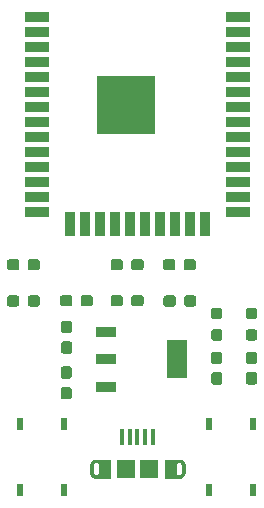
<source format=gbr>
G04 #@! TF.GenerationSoftware,KiCad,Pcbnew,(5.1.5)-3*
G04 #@! TF.CreationDate,2021-09-06T10:27:39+09:00*
G04 #@! TF.ProjectId,MKSP32_v2,4d4b5350-3332-45f7-9632-2e6b69636164,rev?*
G04 #@! TF.SameCoordinates,Original*
G04 #@! TF.FileFunction,Paste,Top*
G04 #@! TF.FilePolarity,Positive*
%FSLAX46Y46*%
G04 Gerber Fmt 4.6, Leading zero omitted, Abs format (unit mm)*
G04 Created by KiCad (PCBNEW (5.1.5)-3) date 2021-09-06 10:27:39*
%MOMM*%
%LPD*%
G04 APERTURE LIST*
%ADD10C,0.000100*%
%ADD11R,1.500000X1.550000*%
%ADD12R,0.400000X1.350000*%
%ADD13R,1.800000X3.200000*%
%ADD14R,1.800000X0.900000*%
%ADD15R,5.000000X5.000000*%
%ADD16R,2.000000X0.900000*%
%ADD17R,0.900000X2.000000*%
%ADD18C,0.100000*%
%ADD19R,0.600000X1.000000*%
G04 APERTURE END LIST*
D10*
G36*
X103500000Y-80775000D02*
G01*
X103500000Y-80575000D01*
X103513084Y-80574657D01*
X103526132Y-80573630D01*
X103539109Y-80571922D01*
X103551978Y-80569537D01*
X103564705Y-80566481D01*
X103577254Y-80562764D01*
X103589592Y-80558395D01*
X103601684Y-80553386D01*
X103613498Y-80547752D01*
X103625000Y-80541506D01*
X103636160Y-80534668D01*
X103646946Y-80527254D01*
X103657330Y-80519286D01*
X103667283Y-80510786D01*
X103676777Y-80501777D01*
X103685786Y-80492283D01*
X103694286Y-80482330D01*
X103702254Y-80471946D01*
X103709668Y-80461160D01*
X103716506Y-80450000D01*
X103722752Y-80438498D01*
X103728386Y-80426684D01*
X103733395Y-80414592D01*
X103737764Y-80402254D01*
X103741481Y-80389705D01*
X103744537Y-80376978D01*
X103746922Y-80364109D01*
X103748630Y-80351132D01*
X103749657Y-80338084D01*
X103750000Y-80325000D01*
X103750000Y-79675000D01*
X103749657Y-79661916D01*
X103748630Y-79648868D01*
X103746922Y-79635891D01*
X103744537Y-79623022D01*
X103741481Y-79610295D01*
X103737764Y-79597746D01*
X103733395Y-79585408D01*
X103728386Y-79573316D01*
X103722752Y-79561502D01*
X103716506Y-79550000D01*
X103709668Y-79538840D01*
X103702254Y-79528054D01*
X103694286Y-79517670D01*
X103685786Y-79507717D01*
X103676777Y-79498223D01*
X103667283Y-79489214D01*
X103657330Y-79480714D01*
X103646946Y-79472746D01*
X103636160Y-79465332D01*
X103625000Y-79458494D01*
X103613498Y-79452248D01*
X103601684Y-79446614D01*
X103589592Y-79441605D01*
X103577254Y-79437236D01*
X103564705Y-79433519D01*
X103551978Y-79430463D01*
X103539109Y-79428078D01*
X103526132Y-79426370D01*
X103513084Y-79425343D01*
X103500000Y-79425000D01*
X103500000Y-79225000D01*
X103526168Y-79225685D01*
X103552264Y-79227739D01*
X103578217Y-79231156D01*
X103603956Y-79235926D01*
X103629410Y-79242037D01*
X103654508Y-79249472D01*
X103679184Y-79258210D01*
X103703368Y-79268227D01*
X103726995Y-79279497D01*
X103750000Y-79291987D01*
X103772320Y-79305665D01*
X103793893Y-79320492D01*
X103814660Y-79336427D01*
X103834565Y-79353428D01*
X103853553Y-79371447D01*
X103871572Y-79390435D01*
X103888573Y-79410340D01*
X103904508Y-79431107D01*
X103919335Y-79452680D01*
X103933013Y-79475000D01*
X103945503Y-79498005D01*
X103956773Y-79521632D01*
X103966790Y-79545816D01*
X103975528Y-79570492D01*
X103982963Y-79595590D01*
X103989074Y-79621044D01*
X103993844Y-79646783D01*
X103997261Y-79672736D01*
X103999315Y-79698832D01*
X104000000Y-79725000D01*
X104000000Y-80275000D01*
X103999315Y-80301168D01*
X103997261Y-80327264D01*
X103993844Y-80353217D01*
X103989074Y-80378956D01*
X103982963Y-80404410D01*
X103975528Y-80429508D01*
X103966790Y-80454184D01*
X103956773Y-80478368D01*
X103945503Y-80501995D01*
X103933013Y-80525000D01*
X103919335Y-80547320D01*
X103904508Y-80568893D01*
X103888573Y-80589660D01*
X103871572Y-80609565D01*
X103853553Y-80628553D01*
X103834565Y-80646572D01*
X103814660Y-80663573D01*
X103793893Y-80679508D01*
X103772320Y-80694335D01*
X103750000Y-80708013D01*
X103726995Y-80720503D01*
X103703368Y-80731773D01*
X103679184Y-80741790D01*
X103654508Y-80750528D01*
X103629410Y-80757963D01*
X103603956Y-80764074D01*
X103578217Y-80768844D01*
X103552264Y-80772261D01*
X103526168Y-80774315D01*
X103500000Y-80775000D01*
G37*
X103500000Y-80775000D02*
X103500000Y-80575000D01*
X103513084Y-80574657D01*
X103526132Y-80573630D01*
X103539109Y-80571922D01*
X103551978Y-80569537D01*
X103564705Y-80566481D01*
X103577254Y-80562764D01*
X103589592Y-80558395D01*
X103601684Y-80553386D01*
X103613498Y-80547752D01*
X103625000Y-80541506D01*
X103636160Y-80534668D01*
X103646946Y-80527254D01*
X103657330Y-80519286D01*
X103667283Y-80510786D01*
X103676777Y-80501777D01*
X103685786Y-80492283D01*
X103694286Y-80482330D01*
X103702254Y-80471946D01*
X103709668Y-80461160D01*
X103716506Y-80450000D01*
X103722752Y-80438498D01*
X103728386Y-80426684D01*
X103733395Y-80414592D01*
X103737764Y-80402254D01*
X103741481Y-80389705D01*
X103744537Y-80376978D01*
X103746922Y-80364109D01*
X103748630Y-80351132D01*
X103749657Y-80338084D01*
X103750000Y-80325000D01*
X103750000Y-79675000D01*
X103749657Y-79661916D01*
X103748630Y-79648868D01*
X103746922Y-79635891D01*
X103744537Y-79623022D01*
X103741481Y-79610295D01*
X103737764Y-79597746D01*
X103733395Y-79585408D01*
X103728386Y-79573316D01*
X103722752Y-79561502D01*
X103716506Y-79550000D01*
X103709668Y-79538840D01*
X103702254Y-79528054D01*
X103694286Y-79517670D01*
X103685786Y-79507717D01*
X103676777Y-79498223D01*
X103667283Y-79489214D01*
X103657330Y-79480714D01*
X103646946Y-79472746D01*
X103636160Y-79465332D01*
X103625000Y-79458494D01*
X103613498Y-79452248D01*
X103601684Y-79446614D01*
X103589592Y-79441605D01*
X103577254Y-79437236D01*
X103564705Y-79433519D01*
X103551978Y-79430463D01*
X103539109Y-79428078D01*
X103526132Y-79426370D01*
X103513084Y-79425343D01*
X103500000Y-79425000D01*
X103500000Y-79225000D01*
X103526168Y-79225685D01*
X103552264Y-79227739D01*
X103578217Y-79231156D01*
X103603956Y-79235926D01*
X103629410Y-79242037D01*
X103654508Y-79249472D01*
X103679184Y-79258210D01*
X103703368Y-79268227D01*
X103726995Y-79279497D01*
X103750000Y-79291987D01*
X103772320Y-79305665D01*
X103793893Y-79320492D01*
X103814660Y-79336427D01*
X103834565Y-79353428D01*
X103853553Y-79371447D01*
X103871572Y-79390435D01*
X103888573Y-79410340D01*
X103904508Y-79431107D01*
X103919335Y-79452680D01*
X103933013Y-79475000D01*
X103945503Y-79498005D01*
X103956773Y-79521632D01*
X103966790Y-79545816D01*
X103975528Y-79570492D01*
X103982963Y-79595590D01*
X103989074Y-79621044D01*
X103993844Y-79646783D01*
X103997261Y-79672736D01*
X103999315Y-79698832D01*
X104000000Y-79725000D01*
X104000000Y-80275000D01*
X103999315Y-80301168D01*
X103997261Y-80327264D01*
X103993844Y-80353217D01*
X103989074Y-80378956D01*
X103982963Y-80404410D01*
X103975528Y-80429508D01*
X103966790Y-80454184D01*
X103956773Y-80478368D01*
X103945503Y-80501995D01*
X103933013Y-80525000D01*
X103919335Y-80547320D01*
X103904508Y-80568893D01*
X103888573Y-80589660D01*
X103871572Y-80609565D01*
X103853553Y-80628553D01*
X103834565Y-80646572D01*
X103814660Y-80663573D01*
X103793893Y-80679508D01*
X103772320Y-80694335D01*
X103750000Y-80708013D01*
X103726995Y-80720503D01*
X103703368Y-80731773D01*
X103679184Y-80741790D01*
X103654508Y-80750528D01*
X103629410Y-80757963D01*
X103603956Y-80764074D01*
X103578217Y-80768844D01*
X103552264Y-80772261D01*
X103526168Y-80774315D01*
X103500000Y-80775000D01*
G36*
X103500000Y-80775000D02*
G01*
X103500000Y-80575000D01*
X103486916Y-80574657D01*
X103473868Y-80573630D01*
X103460891Y-80571922D01*
X103448022Y-80569537D01*
X103435295Y-80566481D01*
X103422746Y-80562764D01*
X103410408Y-80558395D01*
X103398316Y-80553386D01*
X103386502Y-80547752D01*
X103375000Y-80541506D01*
X103363840Y-80534668D01*
X103353054Y-80527254D01*
X103342670Y-80519286D01*
X103332717Y-80510786D01*
X103323223Y-80501777D01*
X103314214Y-80492283D01*
X103305714Y-80482330D01*
X103297746Y-80471946D01*
X103290332Y-80461160D01*
X103283494Y-80450000D01*
X103277248Y-80438498D01*
X103271614Y-80426684D01*
X103266605Y-80414592D01*
X103262236Y-80402254D01*
X103258519Y-80389705D01*
X103255463Y-80376978D01*
X103253078Y-80364109D01*
X103251370Y-80351132D01*
X103250343Y-80338084D01*
X103250000Y-80325000D01*
X103250000Y-79675000D01*
X103250343Y-79661916D01*
X103251370Y-79648868D01*
X103253078Y-79635891D01*
X103255463Y-79623022D01*
X103258519Y-79610295D01*
X103262236Y-79597746D01*
X103266605Y-79585408D01*
X103271614Y-79573316D01*
X103277248Y-79561502D01*
X103283494Y-79550000D01*
X103290332Y-79538840D01*
X103297746Y-79528054D01*
X103305714Y-79517670D01*
X103314214Y-79507717D01*
X103323223Y-79498223D01*
X103332717Y-79489214D01*
X103342670Y-79480714D01*
X103353054Y-79472746D01*
X103363840Y-79465332D01*
X103375000Y-79458494D01*
X103386502Y-79452248D01*
X103398316Y-79446614D01*
X103410408Y-79441605D01*
X103422746Y-79437236D01*
X103435295Y-79433519D01*
X103448022Y-79430463D01*
X103460891Y-79428078D01*
X103473868Y-79426370D01*
X103486916Y-79425343D01*
X103500000Y-79425000D01*
X103500000Y-79225000D01*
X102300000Y-79225000D01*
X102300000Y-80775000D01*
X103500000Y-80775000D01*
G37*
X103500000Y-80775000D02*
X103500000Y-80575000D01*
X103486916Y-80574657D01*
X103473868Y-80573630D01*
X103460891Y-80571922D01*
X103448022Y-80569537D01*
X103435295Y-80566481D01*
X103422746Y-80562764D01*
X103410408Y-80558395D01*
X103398316Y-80553386D01*
X103386502Y-80547752D01*
X103375000Y-80541506D01*
X103363840Y-80534668D01*
X103353054Y-80527254D01*
X103342670Y-80519286D01*
X103332717Y-80510786D01*
X103323223Y-80501777D01*
X103314214Y-80492283D01*
X103305714Y-80482330D01*
X103297746Y-80471946D01*
X103290332Y-80461160D01*
X103283494Y-80450000D01*
X103277248Y-80438498D01*
X103271614Y-80426684D01*
X103266605Y-80414592D01*
X103262236Y-80402254D01*
X103258519Y-80389705D01*
X103255463Y-80376978D01*
X103253078Y-80364109D01*
X103251370Y-80351132D01*
X103250343Y-80338084D01*
X103250000Y-80325000D01*
X103250000Y-79675000D01*
X103250343Y-79661916D01*
X103251370Y-79648868D01*
X103253078Y-79635891D01*
X103255463Y-79623022D01*
X103258519Y-79610295D01*
X103262236Y-79597746D01*
X103266605Y-79585408D01*
X103271614Y-79573316D01*
X103277248Y-79561502D01*
X103283494Y-79550000D01*
X103290332Y-79538840D01*
X103297746Y-79528054D01*
X103305714Y-79517670D01*
X103314214Y-79507717D01*
X103323223Y-79498223D01*
X103332717Y-79489214D01*
X103342670Y-79480714D01*
X103353054Y-79472746D01*
X103363840Y-79465332D01*
X103375000Y-79458494D01*
X103386502Y-79452248D01*
X103398316Y-79446614D01*
X103410408Y-79441605D01*
X103422746Y-79437236D01*
X103435295Y-79433519D01*
X103448022Y-79430463D01*
X103460891Y-79428078D01*
X103473868Y-79426370D01*
X103486916Y-79425343D01*
X103500000Y-79425000D01*
X103500000Y-79225000D01*
X102300000Y-79225000D01*
X102300000Y-80775000D01*
X103500000Y-80775000D01*
X103500000Y-80770000D02*
X103500000Y-80600000D01*
G36*
X96500000Y-79225000D02*
G01*
X96500000Y-79425000D01*
X96486916Y-79425343D01*
X96473868Y-79426370D01*
X96460891Y-79428078D01*
X96448022Y-79430463D01*
X96435295Y-79433519D01*
X96422746Y-79437236D01*
X96410408Y-79441605D01*
X96398316Y-79446614D01*
X96386502Y-79452248D01*
X96375000Y-79458494D01*
X96363840Y-79465332D01*
X96353054Y-79472746D01*
X96342670Y-79480714D01*
X96332717Y-79489214D01*
X96323223Y-79498223D01*
X96314214Y-79507717D01*
X96305714Y-79517670D01*
X96297746Y-79528054D01*
X96290332Y-79538840D01*
X96283494Y-79550000D01*
X96277248Y-79561502D01*
X96271614Y-79573316D01*
X96266605Y-79585408D01*
X96262236Y-79597746D01*
X96258519Y-79610295D01*
X96255463Y-79623022D01*
X96253078Y-79635891D01*
X96251370Y-79648868D01*
X96250343Y-79661916D01*
X96250000Y-79675000D01*
X96250000Y-80325000D01*
X96250343Y-80338084D01*
X96251370Y-80351132D01*
X96253078Y-80364109D01*
X96255463Y-80376978D01*
X96258519Y-80389705D01*
X96262236Y-80402254D01*
X96266605Y-80414592D01*
X96271614Y-80426684D01*
X96277248Y-80438498D01*
X96283494Y-80450000D01*
X96290332Y-80461160D01*
X96297746Y-80471946D01*
X96305714Y-80482330D01*
X96314214Y-80492283D01*
X96323223Y-80501777D01*
X96332717Y-80510786D01*
X96342670Y-80519286D01*
X96353054Y-80527254D01*
X96363840Y-80534668D01*
X96375000Y-80541506D01*
X96386502Y-80547752D01*
X96398316Y-80553386D01*
X96410408Y-80558395D01*
X96422746Y-80562764D01*
X96435295Y-80566481D01*
X96448022Y-80569537D01*
X96460891Y-80571922D01*
X96473868Y-80573630D01*
X96486916Y-80574657D01*
X96500000Y-80575000D01*
X96500000Y-80775000D01*
X96473832Y-80774315D01*
X96447736Y-80772261D01*
X96421783Y-80768844D01*
X96396044Y-80764074D01*
X96370590Y-80757963D01*
X96345492Y-80750528D01*
X96320816Y-80741790D01*
X96296632Y-80731773D01*
X96273005Y-80720503D01*
X96250000Y-80708013D01*
X96227680Y-80694335D01*
X96206107Y-80679508D01*
X96185340Y-80663573D01*
X96165435Y-80646572D01*
X96146447Y-80628553D01*
X96128428Y-80609565D01*
X96111427Y-80589660D01*
X96095492Y-80568893D01*
X96080665Y-80547320D01*
X96066987Y-80525000D01*
X96054497Y-80501995D01*
X96043227Y-80478368D01*
X96033210Y-80454184D01*
X96024472Y-80429508D01*
X96017037Y-80404410D01*
X96010926Y-80378956D01*
X96006156Y-80353217D01*
X96002739Y-80327264D01*
X96000685Y-80301168D01*
X96000000Y-80275000D01*
X96000000Y-79725000D01*
X96000685Y-79698832D01*
X96002739Y-79672736D01*
X96006156Y-79646783D01*
X96010926Y-79621044D01*
X96017037Y-79595590D01*
X96024472Y-79570492D01*
X96033210Y-79545816D01*
X96043227Y-79521632D01*
X96054497Y-79498005D01*
X96066987Y-79475000D01*
X96080665Y-79452680D01*
X96095492Y-79431107D01*
X96111427Y-79410340D01*
X96128428Y-79390435D01*
X96146447Y-79371447D01*
X96165435Y-79353428D01*
X96185340Y-79336427D01*
X96206107Y-79320492D01*
X96227680Y-79305665D01*
X96250000Y-79291987D01*
X96273005Y-79279497D01*
X96296632Y-79268227D01*
X96320816Y-79258210D01*
X96345492Y-79249472D01*
X96370590Y-79242037D01*
X96396044Y-79235926D01*
X96421783Y-79231156D01*
X96447736Y-79227739D01*
X96473832Y-79225685D01*
X96500000Y-79225000D01*
G37*
X96500000Y-79225000D02*
X96500000Y-79425000D01*
X96486916Y-79425343D01*
X96473868Y-79426370D01*
X96460891Y-79428078D01*
X96448022Y-79430463D01*
X96435295Y-79433519D01*
X96422746Y-79437236D01*
X96410408Y-79441605D01*
X96398316Y-79446614D01*
X96386502Y-79452248D01*
X96375000Y-79458494D01*
X96363840Y-79465332D01*
X96353054Y-79472746D01*
X96342670Y-79480714D01*
X96332717Y-79489214D01*
X96323223Y-79498223D01*
X96314214Y-79507717D01*
X96305714Y-79517670D01*
X96297746Y-79528054D01*
X96290332Y-79538840D01*
X96283494Y-79550000D01*
X96277248Y-79561502D01*
X96271614Y-79573316D01*
X96266605Y-79585408D01*
X96262236Y-79597746D01*
X96258519Y-79610295D01*
X96255463Y-79623022D01*
X96253078Y-79635891D01*
X96251370Y-79648868D01*
X96250343Y-79661916D01*
X96250000Y-79675000D01*
X96250000Y-80325000D01*
X96250343Y-80338084D01*
X96251370Y-80351132D01*
X96253078Y-80364109D01*
X96255463Y-80376978D01*
X96258519Y-80389705D01*
X96262236Y-80402254D01*
X96266605Y-80414592D01*
X96271614Y-80426684D01*
X96277248Y-80438498D01*
X96283494Y-80450000D01*
X96290332Y-80461160D01*
X96297746Y-80471946D01*
X96305714Y-80482330D01*
X96314214Y-80492283D01*
X96323223Y-80501777D01*
X96332717Y-80510786D01*
X96342670Y-80519286D01*
X96353054Y-80527254D01*
X96363840Y-80534668D01*
X96375000Y-80541506D01*
X96386502Y-80547752D01*
X96398316Y-80553386D01*
X96410408Y-80558395D01*
X96422746Y-80562764D01*
X96435295Y-80566481D01*
X96448022Y-80569537D01*
X96460891Y-80571922D01*
X96473868Y-80573630D01*
X96486916Y-80574657D01*
X96500000Y-80575000D01*
X96500000Y-80775000D01*
X96473832Y-80774315D01*
X96447736Y-80772261D01*
X96421783Y-80768844D01*
X96396044Y-80764074D01*
X96370590Y-80757963D01*
X96345492Y-80750528D01*
X96320816Y-80741790D01*
X96296632Y-80731773D01*
X96273005Y-80720503D01*
X96250000Y-80708013D01*
X96227680Y-80694335D01*
X96206107Y-80679508D01*
X96185340Y-80663573D01*
X96165435Y-80646572D01*
X96146447Y-80628553D01*
X96128428Y-80609565D01*
X96111427Y-80589660D01*
X96095492Y-80568893D01*
X96080665Y-80547320D01*
X96066987Y-80525000D01*
X96054497Y-80501995D01*
X96043227Y-80478368D01*
X96033210Y-80454184D01*
X96024472Y-80429508D01*
X96017037Y-80404410D01*
X96010926Y-80378956D01*
X96006156Y-80353217D01*
X96002739Y-80327264D01*
X96000685Y-80301168D01*
X96000000Y-80275000D01*
X96000000Y-79725000D01*
X96000685Y-79698832D01*
X96002739Y-79672736D01*
X96006156Y-79646783D01*
X96010926Y-79621044D01*
X96017037Y-79595590D01*
X96024472Y-79570492D01*
X96033210Y-79545816D01*
X96043227Y-79521632D01*
X96054497Y-79498005D01*
X96066987Y-79475000D01*
X96080665Y-79452680D01*
X96095492Y-79431107D01*
X96111427Y-79410340D01*
X96128428Y-79390435D01*
X96146447Y-79371447D01*
X96165435Y-79353428D01*
X96185340Y-79336427D01*
X96206107Y-79320492D01*
X96227680Y-79305665D01*
X96250000Y-79291987D01*
X96273005Y-79279497D01*
X96296632Y-79268227D01*
X96320816Y-79258210D01*
X96345492Y-79249472D01*
X96370590Y-79242037D01*
X96396044Y-79235926D01*
X96421783Y-79231156D01*
X96447736Y-79227739D01*
X96473832Y-79225685D01*
X96500000Y-79225000D01*
G36*
X96500000Y-79225000D02*
G01*
X96500000Y-79425000D01*
X96513084Y-79425343D01*
X96526132Y-79426370D01*
X96539109Y-79428078D01*
X96551978Y-79430463D01*
X96564705Y-79433519D01*
X96577254Y-79437236D01*
X96589592Y-79441605D01*
X96601684Y-79446614D01*
X96613498Y-79452248D01*
X96625000Y-79458494D01*
X96636160Y-79465332D01*
X96646946Y-79472746D01*
X96657330Y-79480714D01*
X96667283Y-79489214D01*
X96676777Y-79498223D01*
X96685786Y-79507717D01*
X96694286Y-79517670D01*
X96702254Y-79528054D01*
X96709668Y-79538840D01*
X96716506Y-79550000D01*
X96722752Y-79561502D01*
X96728386Y-79573316D01*
X96733395Y-79585408D01*
X96737764Y-79597746D01*
X96741481Y-79610295D01*
X96744537Y-79623022D01*
X96746922Y-79635891D01*
X96748630Y-79648868D01*
X96749657Y-79661916D01*
X96750000Y-79675000D01*
X96750000Y-80325000D01*
X96749657Y-80338084D01*
X96748630Y-80351132D01*
X96746922Y-80364109D01*
X96744537Y-80376978D01*
X96741481Y-80389705D01*
X96737764Y-80402254D01*
X96733395Y-80414592D01*
X96728386Y-80426684D01*
X96722752Y-80438498D01*
X96716506Y-80450000D01*
X96709668Y-80461160D01*
X96702254Y-80471946D01*
X96694286Y-80482330D01*
X96685786Y-80492283D01*
X96676777Y-80501777D01*
X96667283Y-80510786D01*
X96657330Y-80519286D01*
X96646946Y-80527254D01*
X96636160Y-80534668D01*
X96625000Y-80541506D01*
X96613498Y-80547752D01*
X96601684Y-80553386D01*
X96589592Y-80558395D01*
X96577254Y-80562764D01*
X96564705Y-80566481D01*
X96551978Y-80569537D01*
X96539109Y-80571922D01*
X96526132Y-80573630D01*
X96513084Y-80574657D01*
X96500000Y-80575000D01*
X96500000Y-80775000D01*
X97700000Y-80775000D01*
X97700000Y-79225000D01*
X96500000Y-79225000D01*
G37*
X96500000Y-79225000D02*
X96500000Y-79425000D01*
X96513084Y-79425343D01*
X96526132Y-79426370D01*
X96539109Y-79428078D01*
X96551978Y-79430463D01*
X96564705Y-79433519D01*
X96577254Y-79437236D01*
X96589592Y-79441605D01*
X96601684Y-79446614D01*
X96613498Y-79452248D01*
X96625000Y-79458494D01*
X96636160Y-79465332D01*
X96646946Y-79472746D01*
X96657330Y-79480714D01*
X96667283Y-79489214D01*
X96676777Y-79498223D01*
X96685786Y-79507717D01*
X96694286Y-79517670D01*
X96702254Y-79528054D01*
X96709668Y-79538840D01*
X96716506Y-79550000D01*
X96722752Y-79561502D01*
X96728386Y-79573316D01*
X96733395Y-79585408D01*
X96737764Y-79597746D01*
X96741481Y-79610295D01*
X96744537Y-79623022D01*
X96746922Y-79635891D01*
X96748630Y-79648868D01*
X96749657Y-79661916D01*
X96750000Y-79675000D01*
X96750000Y-80325000D01*
X96749657Y-80338084D01*
X96748630Y-80351132D01*
X96746922Y-80364109D01*
X96744537Y-80376978D01*
X96741481Y-80389705D01*
X96737764Y-80402254D01*
X96733395Y-80414592D01*
X96728386Y-80426684D01*
X96722752Y-80438498D01*
X96716506Y-80450000D01*
X96709668Y-80461160D01*
X96702254Y-80471946D01*
X96694286Y-80482330D01*
X96685786Y-80492283D01*
X96676777Y-80501777D01*
X96667283Y-80510786D01*
X96657330Y-80519286D01*
X96646946Y-80527254D01*
X96636160Y-80534668D01*
X96625000Y-80541506D01*
X96613498Y-80547752D01*
X96601684Y-80553386D01*
X96589592Y-80558395D01*
X96577254Y-80562764D01*
X96564705Y-80566481D01*
X96551978Y-80569537D01*
X96539109Y-80571922D01*
X96526132Y-80573630D01*
X96513084Y-80574657D01*
X96500000Y-80575000D01*
X96500000Y-80775000D01*
X97700000Y-80775000D01*
X97700000Y-79225000D01*
X96500000Y-79225000D01*
X96500000Y-79230000D02*
X96500000Y-79400000D01*
D11*
X101000000Y-80000000D03*
X99000000Y-80000000D03*
D12*
X101300000Y-77300000D03*
X100650000Y-77300000D03*
X100000000Y-77300000D03*
X99350000Y-77300000D03*
X98700000Y-77300000D03*
D13*
X103310000Y-70739000D03*
D14*
X97310000Y-73039000D03*
X97310000Y-70739000D03*
X97310000Y-68439000D03*
D15*
X99000000Y-49245000D03*
D16*
X91500000Y-41745000D03*
X91500000Y-43015000D03*
X91500000Y-44285000D03*
X91500000Y-45555000D03*
X91500000Y-46825000D03*
X91500000Y-48095000D03*
X91500000Y-49365000D03*
X91500000Y-50635000D03*
X91500000Y-51905000D03*
X91500000Y-53175000D03*
X91500000Y-54445000D03*
X91500000Y-55715000D03*
X91500000Y-56985000D03*
X91500000Y-58255000D03*
D17*
X94285000Y-59255000D03*
X95555000Y-59255000D03*
X96825000Y-59255000D03*
X98095000Y-59255000D03*
X99365000Y-59255000D03*
X100635000Y-59255000D03*
X101905000Y-59255000D03*
X103175000Y-59255000D03*
X104445000Y-59255000D03*
X105715000Y-59255000D03*
D16*
X108500000Y-58255000D03*
X108500000Y-56985000D03*
X108500000Y-55715000D03*
X108500000Y-54445000D03*
X108500000Y-53175000D03*
X108500000Y-51905000D03*
X108500000Y-50635000D03*
X108500000Y-49365000D03*
X108500000Y-48095000D03*
X108500000Y-46825000D03*
X108500000Y-45555000D03*
X108500000Y-44285000D03*
X108500000Y-43015000D03*
X108500000Y-41745000D03*
D18*
G36*
X106968779Y-66362144D02*
G01*
X106991834Y-66365563D01*
X107014443Y-66371227D01*
X107036387Y-66379079D01*
X107057457Y-66389044D01*
X107077448Y-66401026D01*
X107096168Y-66414910D01*
X107113438Y-66430562D01*
X107129090Y-66447832D01*
X107142974Y-66466552D01*
X107154956Y-66486543D01*
X107164921Y-66507613D01*
X107172773Y-66529557D01*
X107178437Y-66552166D01*
X107181856Y-66575221D01*
X107183000Y-66598500D01*
X107183000Y-67098500D01*
X107181856Y-67121779D01*
X107178437Y-67144834D01*
X107172773Y-67167443D01*
X107164921Y-67189387D01*
X107154956Y-67210457D01*
X107142974Y-67230448D01*
X107129090Y-67249168D01*
X107113438Y-67266438D01*
X107096168Y-67282090D01*
X107077448Y-67295974D01*
X107057457Y-67307956D01*
X107036387Y-67317921D01*
X107014443Y-67325773D01*
X106991834Y-67331437D01*
X106968779Y-67334856D01*
X106945500Y-67336000D01*
X106470500Y-67336000D01*
X106447221Y-67334856D01*
X106424166Y-67331437D01*
X106401557Y-67325773D01*
X106379613Y-67317921D01*
X106358543Y-67307956D01*
X106338552Y-67295974D01*
X106319832Y-67282090D01*
X106302562Y-67266438D01*
X106286910Y-67249168D01*
X106273026Y-67230448D01*
X106261044Y-67210457D01*
X106251079Y-67189387D01*
X106243227Y-67167443D01*
X106237563Y-67144834D01*
X106234144Y-67121779D01*
X106233000Y-67098500D01*
X106233000Y-66598500D01*
X106234144Y-66575221D01*
X106237563Y-66552166D01*
X106243227Y-66529557D01*
X106251079Y-66507613D01*
X106261044Y-66486543D01*
X106273026Y-66466552D01*
X106286910Y-66447832D01*
X106302562Y-66430562D01*
X106319832Y-66414910D01*
X106338552Y-66401026D01*
X106358543Y-66389044D01*
X106379613Y-66379079D01*
X106401557Y-66371227D01*
X106424166Y-66365563D01*
X106447221Y-66362144D01*
X106470500Y-66361000D01*
X106945500Y-66361000D01*
X106968779Y-66362144D01*
G37*
G36*
X106968779Y-68187144D02*
G01*
X106991834Y-68190563D01*
X107014443Y-68196227D01*
X107036387Y-68204079D01*
X107057457Y-68214044D01*
X107077448Y-68226026D01*
X107096168Y-68239910D01*
X107113438Y-68255562D01*
X107129090Y-68272832D01*
X107142974Y-68291552D01*
X107154956Y-68311543D01*
X107164921Y-68332613D01*
X107172773Y-68354557D01*
X107178437Y-68377166D01*
X107181856Y-68400221D01*
X107183000Y-68423500D01*
X107183000Y-68923500D01*
X107181856Y-68946779D01*
X107178437Y-68969834D01*
X107172773Y-68992443D01*
X107164921Y-69014387D01*
X107154956Y-69035457D01*
X107142974Y-69055448D01*
X107129090Y-69074168D01*
X107113438Y-69091438D01*
X107096168Y-69107090D01*
X107077448Y-69120974D01*
X107057457Y-69132956D01*
X107036387Y-69142921D01*
X107014443Y-69150773D01*
X106991834Y-69156437D01*
X106968779Y-69159856D01*
X106945500Y-69161000D01*
X106470500Y-69161000D01*
X106447221Y-69159856D01*
X106424166Y-69156437D01*
X106401557Y-69150773D01*
X106379613Y-69142921D01*
X106358543Y-69132956D01*
X106338552Y-69120974D01*
X106319832Y-69107090D01*
X106302562Y-69091438D01*
X106286910Y-69074168D01*
X106273026Y-69055448D01*
X106261044Y-69035457D01*
X106251079Y-69014387D01*
X106243227Y-68992443D01*
X106237563Y-68969834D01*
X106234144Y-68946779D01*
X106233000Y-68923500D01*
X106233000Y-68423500D01*
X106234144Y-68400221D01*
X106237563Y-68377166D01*
X106243227Y-68354557D01*
X106251079Y-68332613D01*
X106261044Y-68311543D01*
X106273026Y-68291552D01*
X106286910Y-68272832D01*
X106302562Y-68255562D01*
X106319832Y-68239910D01*
X106338552Y-68226026D01*
X106358543Y-68214044D01*
X106379613Y-68204079D01*
X106401557Y-68196227D01*
X106424166Y-68190563D01*
X106447221Y-68187144D01*
X106470500Y-68186000D01*
X106945500Y-68186000D01*
X106968779Y-68187144D01*
G37*
G36*
X109912779Y-68187144D02*
G01*
X109935834Y-68190563D01*
X109958443Y-68196227D01*
X109980387Y-68204079D01*
X110001457Y-68214044D01*
X110021448Y-68226026D01*
X110040168Y-68239910D01*
X110057438Y-68255562D01*
X110073090Y-68272832D01*
X110086974Y-68291552D01*
X110098956Y-68311543D01*
X110108921Y-68332613D01*
X110116773Y-68354557D01*
X110122437Y-68377166D01*
X110125856Y-68400221D01*
X110127000Y-68423500D01*
X110127000Y-68923500D01*
X110125856Y-68946779D01*
X110122437Y-68969834D01*
X110116773Y-68992443D01*
X110108921Y-69014387D01*
X110098956Y-69035457D01*
X110086974Y-69055448D01*
X110073090Y-69074168D01*
X110057438Y-69091438D01*
X110040168Y-69107090D01*
X110021448Y-69120974D01*
X110001457Y-69132956D01*
X109980387Y-69142921D01*
X109958443Y-69150773D01*
X109935834Y-69156437D01*
X109912779Y-69159856D01*
X109889500Y-69161000D01*
X109414500Y-69161000D01*
X109391221Y-69159856D01*
X109368166Y-69156437D01*
X109345557Y-69150773D01*
X109323613Y-69142921D01*
X109302543Y-69132956D01*
X109282552Y-69120974D01*
X109263832Y-69107090D01*
X109246562Y-69091438D01*
X109230910Y-69074168D01*
X109217026Y-69055448D01*
X109205044Y-69035457D01*
X109195079Y-69014387D01*
X109187227Y-68992443D01*
X109181563Y-68969834D01*
X109178144Y-68946779D01*
X109177000Y-68923500D01*
X109177000Y-68423500D01*
X109178144Y-68400221D01*
X109181563Y-68377166D01*
X109187227Y-68354557D01*
X109195079Y-68332613D01*
X109205044Y-68311543D01*
X109217026Y-68291552D01*
X109230910Y-68272832D01*
X109246562Y-68255562D01*
X109263832Y-68239910D01*
X109282552Y-68226026D01*
X109302543Y-68214044D01*
X109323613Y-68204079D01*
X109345557Y-68196227D01*
X109368166Y-68190563D01*
X109391221Y-68187144D01*
X109414500Y-68186000D01*
X109889500Y-68186000D01*
X109912779Y-68187144D01*
G37*
G36*
X109912779Y-66362144D02*
G01*
X109935834Y-66365563D01*
X109958443Y-66371227D01*
X109980387Y-66379079D01*
X110001457Y-66389044D01*
X110021448Y-66401026D01*
X110040168Y-66414910D01*
X110057438Y-66430562D01*
X110073090Y-66447832D01*
X110086974Y-66466552D01*
X110098956Y-66486543D01*
X110108921Y-66507613D01*
X110116773Y-66529557D01*
X110122437Y-66552166D01*
X110125856Y-66575221D01*
X110127000Y-66598500D01*
X110127000Y-67098500D01*
X110125856Y-67121779D01*
X110122437Y-67144834D01*
X110116773Y-67167443D01*
X110108921Y-67189387D01*
X110098956Y-67210457D01*
X110086974Y-67230448D01*
X110073090Y-67249168D01*
X110057438Y-67266438D01*
X110040168Y-67282090D01*
X110021448Y-67295974D01*
X110001457Y-67307956D01*
X109980387Y-67317921D01*
X109958443Y-67325773D01*
X109935834Y-67331437D01*
X109912779Y-67334856D01*
X109889500Y-67336000D01*
X109414500Y-67336000D01*
X109391221Y-67334856D01*
X109368166Y-67331437D01*
X109345557Y-67325773D01*
X109323613Y-67317921D01*
X109302543Y-67307956D01*
X109282552Y-67295974D01*
X109263832Y-67282090D01*
X109246562Y-67266438D01*
X109230910Y-67249168D01*
X109217026Y-67230448D01*
X109205044Y-67210457D01*
X109195079Y-67189387D01*
X109187227Y-67167443D01*
X109181563Y-67144834D01*
X109178144Y-67121779D01*
X109177000Y-67098500D01*
X109177000Y-66598500D01*
X109178144Y-66575221D01*
X109181563Y-66552166D01*
X109187227Y-66529557D01*
X109195079Y-66507613D01*
X109205044Y-66486543D01*
X109217026Y-66466552D01*
X109230910Y-66447832D01*
X109246562Y-66430562D01*
X109263832Y-66414910D01*
X109282552Y-66401026D01*
X109302543Y-66389044D01*
X109323613Y-66379079D01*
X109345557Y-66371227D01*
X109368166Y-66365563D01*
X109391221Y-66362144D01*
X109414500Y-66361000D01*
X109889500Y-66361000D01*
X109912779Y-66362144D01*
G37*
G36*
X109912779Y-70084144D02*
G01*
X109935834Y-70087563D01*
X109958443Y-70093227D01*
X109980387Y-70101079D01*
X110001457Y-70111044D01*
X110021448Y-70123026D01*
X110040168Y-70136910D01*
X110057438Y-70152562D01*
X110073090Y-70169832D01*
X110086974Y-70188552D01*
X110098956Y-70208543D01*
X110108921Y-70229613D01*
X110116773Y-70251557D01*
X110122437Y-70274166D01*
X110125856Y-70297221D01*
X110127000Y-70320500D01*
X110127000Y-70920500D01*
X110125856Y-70943779D01*
X110122437Y-70966834D01*
X110116773Y-70989443D01*
X110108921Y-71011387D01*
X110098956Y-71032457D01*
X110086974Y-71052448D01*
X110073090Y-71071168D01*
X110057438Y-71088438D01*
X110040168Y-71104090D01*
X110021448Y-71117974D01*
X110001457Y-71129956D01*
X109980387Y-71139921D01*
X109958443Y-71147773D01*
X109935834Y-71153437D01*
X109912779Y-71156856D01*
X109889500Y-71158000D01*
X109414500Y-71158000D01*
X109391221Y-71156856D01*
X109368166Y-71153437D01*
X109345557Y-71147773D01*
X109323613Y-71139921D01*
X109302543Y-71129956D01*
X109282552Y-71117974D01*
X109263832Y-71104090D01*
X109246562Y-71088438D01*
X109230910Y-71071168D01*
X109217026Y-71052448D01*
X109205044Y-71032457D01*
X109195079Y-71011387D01*
X109187227Y-70989443D01*
X109181563Y-70966834D01*
X109178144Y-70943779D01*
X109177000Y-70920500D01*
X109177000Y-70320500D01*
X109178144Y-70297221D01*
X109181563Y-70274166D01*
X109187227Y-70251557D01*
X109195079Y-70229613D01*
X109205044Y-70208543D01*
X109217026Y-70188552D01*
X109230910Y-70169832D01*
X109246562Y-70152562D01*
X109263832Y-70136910D01*
X109282552Y-70123026D01*
X109302543Y-70111044D01*
X109323613Y-70101079D01*
X109345557Y-70093227D01*
X109368166Y-70087563D01*
X109391221Y-70084144D01*
X109414500Y-70083000D01*
X109889500Y-70083000D01*
X109912779Y-70084144D01*
G37*
G36*
X109912779Y-71809144D02*
G01*
X109935834Y-71812563D01*
X109958443Y-71818227D01*
X109980387Y-71826079D01*
X110001457Y-71836044D01*
X110021448Y-71848026D01*
X110040168Y-71861910D01*
X110057438Y-71877562D01*
X110073090Y-71894832D01*
X110086974Y-71913552D01*
X110098956Y-71933543D01*
X110108921Y-71954613D01*
X110116773Y-71976557D01*
X110122437Y-71999166D01*
X110125856Y-72022221D01*
X110127000Y-72045500D01*
X110127000Y-72645500D01*
X110125856Y-72668779D01*
X110122437Y-72691834D01*
X110116773Y-72714443D01*
X110108921Y-72736387D01*
X110098956Y-72757457D01*
X110086974Y-72777448D01*
X110073090Y-72796168D01*
X110057438Y-72813438D01*
X110040168Y-72829090D01*
X110021448Y-72842974D01*
X110001457Y-72854956D01*
X109980387Y-72864921D01*
X109958443Y-72872773D01*
X109935834Y-72878437D01*
X109912779Y-72881856D01*
X109889500Y-72883000D01*
X109414500Y-72883000D01*
X109391221Y-72881856D01*
X109368166Y-72878437D01*
X109345557Y-72872773D01*
X109323613Y-72864921D01*
X109302543Y-72854956D01*
X109282552Y-72842974D01*
X109263832Y-72829090D01*
X109246562Y-72813438D01*
X109230910Y-72796168D01*
X109217026Y-72777448D01*
X109205044Y-72757457D01*
X109195079Y-72736387D01*
X109187227Y-72714443D01*
X109181563Y-72691834D01*
X109178144Y-72668779D01*
X109177000Y-72645500D01*
X109177000Y-72045500D01*
X109178144Y-72022221D01*
X109181563Y-71999166D01*
X109187227Y-71976557D01*
X109195079Y-71954613D01*
X109205044Y-71933543D01*
X109217026Y-71913552D01*
X109230910Y-71894832D01*
X109246562Y-71877562D01*
X109263832Y-71861910D01*
X109282552Y-71848026D01*
X109302543Y-71836044D01*
X109323613Y-71826079D01*
X109345557Y-71818227D01*
X109368166Y-71812563D01*
X109391221Y-71809144D01*
X109414500Y-71808000D01*
X109889500Y-71808000D01*
X109912779Y-71809144D01*
G37*
G36*
X106968779Y-71834144D02*
G01*
X106991834Y-71837563D01*
X107014443Y-71843227D01*
X107036387Y-71851079D01*
X107057457Y-71861044D01*
X107077448Y-71873026D01*
X107096168Y-71886910D01*
X107113438Y-71902562D01*
X107129090Y-71919832D01*
X107142974Y-71938552D01*
X107154956Y-71958543D01*
X107164921Y-71979613D01*
X107172773Y-72001557D01*
X107178437Y-72024166D01*
X107181856Y-72047221D01*
X107183000Y-72070500D01*
X107183000Y-72645500D01*
X107181856Y-72668779D01*
X107178437Y-72691834D01*
X107172773Y-72714443D01*
X107164921Y-72736387D01*
X107154956Y-72757457D01*
X107142974Y-72777448D01*
X107129090Y-72796168D01*
X107113438Y-72813438D01*
X107096168Y-72829090D01*
X107077448Y-72842974D01*
X107057457Y-72854956D01*
X107036387Y-72864921D01*
X107014443Y-72872773D01*
X106991834Y-72878437D01*
X106968779Y-72881856D01*
X106945500Y-72883000D01*
X106470500Y-72883000D01*
X106447221Y-72881856D01*
X106424166Y-72878437D01*
X106401557Y-72872773D01*
X106379613Y-72864921D01*
X106358543Y-72854956D01*
X106338552Y-72842974D01*
X106319832Y-72829090D01*
X106302562Y-72813438D01*
X106286910Y-72796168D01*
X106273026Y-72777448D01*
X106261044Y-72757457D01*
X106251079Y-72736387D01*
X106243227Y-72714443D01*
X106237563Y-72691834D01*
X106234144Y-72668779D01*
X106233000Y-72645500D01*
X106233000Y-72070500D01*
X106234144Y-72047221D01*
X106237563Y-72024166D01*
X106243227Y-72001557D01*
X106251079Y-71979613D01*
X106261044Y-71958543D01*
X106273026Y-71938552D01*
X106286910Y-71919832D01*
X106302562Y-71902562D01*
X106319832Y-71886910D01*
X106338552Y-71873026D01*
X106358543Y-71861044D01*
X106379613Y-71851079D01*
X106401557Y-71843227D01*
X106424166Y-71837563D01*
X106447221Y-71834144D01*
X106470500Y-71833000D01*
X106945500Y-71833000D01*
X106968779Y-71834144D01*
G37*
G36*
X106968779Y-70084144D02*
G01*
X106991834Y-70087563D01*
X107014443Y-70093227D01*
X107036387Y-70101079D01*
X107057457Y-70111044D01*
X107077448Y-70123026D01*
X107096168Y-70136910D01*
X107113438Y-70152562D01*
X107129090Y-70169832D01*
X107142974Y-70188552D01*
X107154956Y-70208543D01*
X107164921Y-70229613D01*
X107172773Y-70251557D01*
X107178437Y-70274166D01*
X107181856Y-70297221D01*
X107183000Y-70320500D01*
X107183000Y-70895500D01*
X107181856Y-70918779D01*
X107178437Y-70941834D01*
X107172773Y-70964443D01*
X107164921Y-70986387D01*
X107154956Y-71007457D01*
X107142974Y-71027448D01*
X107129090Y-71046168D01*
X107113438Y-71063438D01*
X107096168Y-71079090D01*
X107077448Y-71092974D01*
X107057457Y-71104956D01*
X107036387Y-71114921D01*
X107014443Y-71122773D01*
X106991834Y-71128437D01*
X106968779Y-71131856D01*
X106945500Y-71133000D01*
X106470500Y-71133000D01*
X106447221Y-71131856D01*
X106424166Y-71128437D01*
X106401557Y-71122773D01*
X106379613Y-71114921D01*
X106358543Y-71104956D01*
X106338552Y-71092974D01*
X106319832Y-71079090D01*
X106302562Y-71063438D01*
X106286910Y-71046168D01*
X106273026Y-71027448D01*
X106261044Y-71007457D01*
X106251079Y-70986387D01*
X106243227Y-70964443D01*
X106237563Y-70941834D01*
X106234144Y-70918779D01*
X106233000Y-70895500D01*
X106233000Y-70320500D01*
X106234144Y-70297221D01*
X106237563Y-70274166D01*
X106243227Y-70251557D01*
X106251079Y-70229613D01*
X106261044Y-70208543D01*
X106273026Y-70188552D01*
X106286910Y-70169832D01*
X106302562Y-70152562D01*
X106319832Y-70136910D01*
X106338552Y-70123026D01*
X106358543Y-70111044D01*
X106379613Y-70101079D01*
X106401557Y-70093227D01*
X106424166Y-70087563D01*
X106447221Y-70084144D01*
X106470500Y-70083000D01*
X106945500Y-70083000D01*
X106968779Y-70084144D01*
G37*
G36*
X103035779Y-65326144D02*
G01*
X103058834Y-65329563D01*
X103081443Y-65335227D01*
X103103387Y-65343079D01*
X103124457Y-65353044D01*
X103144448Y-65365026D01*
X103163168Y-65378910D01*
X103180438Y-65394562D01*
X103196090Y-65411832D01*
X103209974Y-65430552D01*
X103221956Y-65450543D01*
X103231921Y-65471613D01*
X103239773Y-65493557D01*
X103245437Y-65516166D01*
X103248856Y-65539221D01*
X103250000Y-65562500D01*
X103250000Y-66037500D01*
X103248856Y-66060779D01*
X103245437Y-66083834D01*
X103239773Y-66106443D01*
X103231921Y-66128387D01*
X103221956Y-66149457D01*
X103209974Y-66169448D01*
X103196090Y-66188168D01*
X103180438Y-66205438D01*
X103163168Y-66221090D01*
X103144448Y-66234974D01*
X103124457Y-66246956D01*
X103103387Y-66256921D01*
X103081443Y-66264773D01*
X103058834Y-66270437D01*
X103035779Y-66273856D01*
X103012500Y-66275000D01*
X102437500Y-66275000D01*
X102414221Y-66273856D01*
X102391166Y-66270437D01*
X102368557Y-66264773D01*
X102346613Y-66256921D01*
X102325543Y-66246956D01*
X102305552Y-66234974D01*
X102286832Y-66221090D01*
X102269562Y-66205438D01*
X102253910Y-66188168D01*
X102240026Y-66169448D01*
X102228044Y-66149457D01*
X102218079Y-66128387D01*
X102210227Y-66106443D01*
X102204563Y-66083834D01*
X102201144Y-66060779D01*
X102200000Y-66037500D01*
X102200000Y-65562500D01*
X102201144Y-65539221D01*
X102204563Y-65516166D01*
X102210227Y-65493557D01*
X102218079Y-65471613D01*
X102228044Y-65450543D01*
X102240026Y-65430552D01*
X102253910Y-65411832D01*
X102269562Y-65394562D01*
X102286832Y-65378910D01*
X102305552Y-65365026D01*
X102325543Y-65353044D01*
X102346613Y-65343079D01*
X102368557Y-65335227D01*
X102391166Y-65329563D01*
X102414221Y-65326144D01*
X102437500Y-65325000D01*
X103012500Y-65325000D01*
X103035779Y-65326144D01*
G37*
G36*
X104785779Y-65326144D02*
G01*
X104808834Y-65329563D01*
X104831443Y-65335227D01*
X104853387Y-65343079D01*
X104874457Y-65353044D01*
X104894448Y-65365026D01*
X104913168Y-65378910D01*
X104930438Y-65394562D01*
X104946090Y-65411832D01*
X104959974Y-65430552D01*
X104971956Y-65450543D01*
X104981921Y-65471613D01*
X104989773Y-65493557D01*
X104995437Y-65516166D01*
X104998856Y-65539221D01*
X105000000Y-65562500D01*
X105000000Y-66037500D01*
X104998856Y-66060779D01*
X104995437Y-66083834D01*
X104989773Y-66106443D01*
X104981921Y-66128387D01*
X104971956Y-66149457D01*
X104959974Y-66169448D01*
X104946090Y-66188168D01*
X104930438Y-66205438D01*
X104913168Y-66221090D01*
X104894448Y-66234974D01*
X104874457Y-66246956D01*
X104853387Y-66256921D01*
X104831443Y-66264773D01*
X104808834Y-66270437D01*
X104785779Y-66273856D01*
X104762500Y-66275000D01*
X104187500Y-66275000D01*
X104164221Y-66273856D01*
X104141166Y-66270437D01*
X104118557Y-66264773D01*
X104096613Y-66256921D01*
X104075543Y-66246956D01*
X104055552Y-66234974D01*
X104036832Y-66221090D01*
X104019562Y-66205438D01*
X104003910Y-66188168D01*
X103990026Y-66169448D01*
X103978044Y-66149457D01*
X103968079Y-66128387D01*
X103960227Y-66106443D01*
X103954563Y-66083834D01*
X103951144Y-66060779D01*
X103950000Y-66037500D01*
X103950000Y-65562500D01*
X103951144Y-65539221D01*
X103954563Y-65516166D01*
X103960227Y-65493557D01*
X103968079Y-65471613D01*
X103978044Y-65450543D01*
X103990026Y-65430552D01*
X104003910Y-65411832D01*
X104019562Y-65394562D01*
X104036832Y-65378910D01*
X104055552Y-65365026D01*
X104075543Y-65353044D01*
X104096613Y-65343079D01*
X104118557Y-65335227D01*
X104141166Y-65329563D01*
X104164221Y-65326144D01*
X104187500Y-65325000D01*
X104762500Y-65325000D01*
X104785779Y-65326144D01*
G37*
G36*
X100310779Y-65308144D02*
G01*
X100333834Y-65311563D01*
X100356443Y-65317227D01*
X100378387Y-65325079D01*
X100399457Y-65335044D01*
X100419448Y-65347026D01*
X100438168Y-65360910D01*
X100455438Y-65376562D01*
X100471090Y-65393832D01*
X100484974Y-65412552D01*
X100496956Y-65432543D01*
X100506921Y-65453613D01*
X100514773Y-65475557D01*
X100520437Y-65498166D01*
X100523856Y-65521221D01*
X100525000Y-65544500D01*
X100525000Y-66019500D01*
X100523856Y-66042779D01*
X100520437Y-66065834D01*
X100514773Y-66088443D01*
X100506921Y-66110387D01*
X100496956Y-66131457D01*
X100484974Y-66151448D01*
X100471090Y-66170168D01*
X100455438Y-66187438D01*
X100438168Y-66203090D01*
X100419448Y-66216974D01*
X100399457Y-66228956D01*
X100378387Y-66238921D01*
X100356443Y-66246773D01*
X100333834Y-66252437D01*
X100310779Y-66255856D01*
X100287500Y-66257000D01*
X99712500Y-66257000D01*
X99689221Y-66255856D01*
X99666166Y-66252437D01*
X99643557Y-66246773D01*
X99621613Y-66238921D01*
X99600543Y-66228956D01*
X99580552Y-66216974D01*
X99561832Y-66203090D01*
X99544562Y-66187438D01*
X99528910Y-66170168D01*
X99515026Y-66151448D01*
X99503044Y-66131457D01*
X99493079Y-66110387D01*
X99485227Y-66088443D01*
X99479563Y-66065834D01*
X99476144Y-66042779D01*
X99475000Y-66019500D01*
X99475000Y-65544500D01*
X99476144Y-65521221D01*
X99479563Y-65498166D01*
X99485227Y-65475557D01*
X99493079Y-65453613D01*
X99503044Y-65432543D01*
X99515026Y-65412552D01*
X99528910Y-65393832D01*
X99544562Y-65376562D01*
X99561832Y-65360910D01*
X99580552Y-65347026D01*
X99600543Y-65335044D01*
X99621613Y-65325079D01*
X99643557Y-65317227D01*
X99666166Y-65311563D01*
X99689221Y-65308144D01*
X99712500Y-65307000D01*
X100287500Y-65307000D01*
X100310779Y-65308144D01*
G37*
G36*
X98560779Y-65308144D02*
G01*
X98583834Y-65311563D01*
X98606443Y-65317227D01*
X98628387Y-65325079D01*
X98649457Y-65335044D01*
X98669448Y-65347026D01*
X98688168Y-65360910D01*
X98705438Y-65376562D01*
X98721090Y-65393832D01*
X98734974Y-65412552D01*
X98746956Y-65432543D01*
X98756921Y-65453613D01*
X98764773Y-65475557D01*
X98770437Y-65498166D01*
X98773856Y-65521221D01*
X98775000Y-65544500D01*
X98775000Y-66019500D01*
X98773856Y-66042779D01*
X98770437Y-66065834D01*
X98764773Y-66088443D01*
X98756921Y-66110387D01*
X98746956Y-66131457D01*
X98734974Y-66151448D01*
X98721090Y-66170168D01*
X98705438Y-66187438D01*
X98688168Y-66203090D01*
X98669448Y-66216974D01*
X98649457Y-66228956D01*
X98628387Y-66238921D01*
X98606443Y-66246773D01*
X98583834Y-66252437D01*
X98560779Y-66255856D01*
X98537500Y-66257000D01*
X97962500Y-66257000D01*
X97939221Y-66255856D01*
X97916166Y-66252437D01*
X97893557Y-66246773D01*
X97871613Y-66238921D01*
X97850543Y-66228956D01*
X97830552Y-66216974D01*
X97811832Y-66203090D01*
X97794562Y-66187438D01*
X97778910Y-66170168D01*
X97765026Y-66151448D01*
X97753044Y-66131457D01*
X97743079Y-66110387D01*
X97735227Y-66088443D01*
X97729563Y-66065834D01*
X97726144Y-66042779D01*
X97725000Y-66019500D01*
X97725000Y-65544500D01*
X97726144Y-65521221D01*
X97729563Y-65498166D01*
X97735227Y-65475557D01*
X97743079Y-65453613D01*
X97753044Y-65432543D01*
X97765026Y-65412552D01*
X97778910Y-65393832D01*
X97794562Y-65376562D01*
X97811832Y-65360910D01*
X97830552Y-65347026D01*
X97850543Y-65335044D01*
X97871613Y-65325079D01*
X97893557Y-65317227D01*
X97916166Y-65311563D01*
X97939221Y-65308144D01*
X97962500Y-65307000D01*
X98537500Y-65307000D01*
X98560779Y-65308144D01*
G37*
G36*
X89783779Y-65326144D02*
G01*
X89806834Y-65329563D01*
X89829443Y-65335227D01*
X89851387Y-65343079D01*
X89872457Y-65353044D01*
X89892448Y-65365026D01*
X89911168Y-65378910D01*
X89928438Y-65394562D01*
X89944090Y-65411832D01*
X89957974Y-65430552D01*
X89969956Y-65450543D01*
X89979921Y-65471613D01*
X89987773Y-65493557D01*
X89993437Y-65516166D01*
X89996856Y-65539221D01*
X89998000Y-65562500D01*
X89998000Y-66037500D01*
X89996856Y-66060779D01*
X89993437Y-66083834D01*
X89987773Y-66106443D01*
X89979921Y-66128387D01*
X89969956Y-66149457D01*
X89957974Y-66169448D01*
X89944090Y-66188168D01*
X89928438Y-66205438D01*
X89911168Y-66221090D01*
X89892448Y-66234974D01*
X89872457Y-66246956D01*
X89851387Y-66256921D01*
X89829443Y-66264773D01*
X89806834Y-66270437D01*
X89783779Y-66273856D01*
X89760500Y-66275000D01*
X89185500Y-66275000D01*
X89162221Y-66273856D01*
X89139166Y-66270437D01*
X89116557Y-66264773D01*
X89094613Y-66256921D01*
X89073543Y-66246956D01*
X89053552Y-66234974D01*
X89034832Y-66221090D01*
X89017562Y-66205438D01*
X89001910Y-66188168D01*
X88988026Y-66169448D01*
X88976044Y-66149457D01*
X88966079Y-66128387D01*
X88958227Y-66106443D01*
X88952563Y-66083834D01*
X88949144Y-66060779D01*
X88948000Y-66037500D01*
X88948000Y-65562500D01*
X88949144Y-65539221D01*
X88952563Y-65516166D01*
X88958227Y-65493557D01*
X88966079Y-65471613D01*
X88976044Y-65450543D01*
X88988026Y-65430552D01*
X89001910Y-65411832D01*
X89017562Y-65394562D01*
X89034832Y-65378910D01*
X89053552Y-65365026D01*
X89073543Y-65353044D01*
X89094613Y-65343079D01*
X89116557Y-65335227D01*
X89139166Y-65329563D01*
X89162221Y-65326144D01*
X89185500Y-65325000D01*
X89760500Y-65325000D01*
X89783779Y-65326144D01*
G37*
G36*
X91533779Y-65326144D02*
G01*
X91556834Y-65329563D01*
X91579443Y-65335227D01*
X91601387Y-65343079D01*
X91622457Y-65353044D01*
X91642448Y-65365026D01*
X91661168Y-65378910D01*
X91678438Y-65394562D01*
X91694090Y-65411832D01*
X91707974Y-65430552D01*
X91719956Y-65450543D01*
X91729921Y-65471613D01*
X91737773Y-65493557D01*
X91743437Y-65516166D01*
X91746856Y-65539221D01*
X91748000Y-65562500D01*
X91748000Y-66037500D01*
X91746856Y-66060779D01*
X91743437Y-66083834D01*
X91737773Y-66106443D01*
X91729921Y-66128387D01*
X91719956Y-66149457D01*
X91707974Y-66169448D01*
X91694090Y-66188168D01*
X91678438Y-66205438D01*
X91661168Y-66221090D01*
X91642448Y-66234974D01*
X91622457Y-66246956D01*
X91601387Y-66256921D01*
X91579443Y-66264773D01*
X91556834Y-66270437D01*
X91533779Y-66273856D01*
X91510500Y-66275000D01*
X90935500Y-66275000D01*
X90912221Y-66273856D01*
X90889166Y-66270437D01*
X90866557Y-66264773D01*
X90844613Y-66256921D01*
X90823543Y-66246956D01*
X90803552Y-66234974D01*
X90784832Y-66221090D01*
X90767562Y-66205438D01*
X90751910Y-66188168D01*
X90738026Y-66169448D01*
X90726044Y-66149457D01*
X90716079Y-66128387D01*
X90708227Y-66106443D01*
X90702563Y-66083834D01*
X90699144Y-66060779D01*
X90698000Y-66037500D01*
X90698000Y-65562500D01*
X90699144Y-65539221D01*
X90702563Y-65516166D01*
X90708227Y-65493557D01*
X90716079Y-65471613D01*
X90726044Y-65450543D01*
X90738026Y-65430552D01*
X90751910Y-65411832D01*
X90767562Y-65394562D01*
X90784832Y-65378910D01*
X90803552Y-65365026D01*
X90823543Y-65353044D01*
X90844613Y-65343079D01*
X90866557Y-65335227D01*
X90889166Y-65329563D01*
X90912221Y-65326144D01*
X90935500Y-65325000D01*
X91510500Y-65325000D01*
X91533779Y-65326144D01*
G37*
G36*
X98560779Y-62260144D02*
G01*
X98583834Y-62263563D01*
X98606443Y-62269227D01*
X98628387Y-62277079D01*
X98649457Y-62287044D01*
X98669448Y-62299026D01*
X98688168Y-62312910D01*
X98705438Y-62328562D01*
X98721090Y-62345832D01*
X98734974Y-62364552D01*
X98746956Y-62384543D01*
X98756921Y-62405613D01*
X98764773Y-62427557D01*
X98770437Y-62450166D01*
X98773856Y-62473221D01*
X98775000Y-62496500D01*
X98775000Y-62971500D01*
X98773856Y-62994779D01*
X98770437Y-63017834D01*
X98764773Y-63040443D01*
X98756921Y-63062387D01*
X98746956Y-63083457D01*
X98734974Y-63103448D01*
X98721090Y-63122168D01*
X98705438Y-63139438D01*
X98688168Y-63155090D01*
X98669448Y-63168974D01*
X98649457Y-63180956D01*
X98628387Y-63190921D01*
X98606443Y-63198773D01*
X98583834Y-63204437D01*
X98560779Y-63207856D01*
X98537500Y-63209000D01*
X97962500Y-63209000D01*
X97939221Y-63207856D01*
X97916166Y-63204437D01*
X97893557Y-63198773D01*
X97871613Y-63190921D01*
X97850543Y-63180956D01*
X97830552Y-63168974D01*
X97811832Y-63155090D01*
X97794562Y-63139438D01*
X97778910Y-63122168D01*
X97765026Y-63103448D01*
X97753044Y-63083457D01*
X97743079Y-63062387D01*
X97735227Y-63040443D01*
X97729563Y-63017834D01*
X97726144Y-62994779D01*
X97725000Y-62971500D01*
X97725000Y-62496500D01*
X97726144Y-62473221D01*
X97729563Y-62450166D01*
X97735227Y-62427557D01*
X97743079Y-62405613D01*
X97753044Y-62384543D01*
X97765026Y-62364552D01*
X97778910Y-62345832D01*
X97794562Y-62328562D01*
X97811832Y-62312910D01*
X97830552Y-62299026D01*
X97850543Y-62287044D01*
X97871613Y-62277079D01*
X97893557Y-62269227D01*
X97916166Y-62263563D01*
X97939221Y-62260144D01*
X97962500Y-62259000D01*
X98537500Y-62259000D01*
X98560779Y-62260144D01*
G37*
G36*
X100310779Y-62260144D02*
G01*
X100333834Y-62263563D01*
X100356443Y-62269227D01*
X100378387Y-62277079D01*
X100399457Y-62287044D01*
X100419448Y-62299026D01*
X100438168Y-62312910D01*
X100455438Y-62328562D01*
X100471090Y-62345832D01*
X100484974Y-62364552D01*
X100496956Y-62384543D01*
X100506921Y-62405613D01*
X100514773Y-62427557D01*
X100520437Y-62450166D01*
X100523856Y-62473221D01*
X100525000Y-62496500D01*
X100525000Y-62971500D01*
X100523856Y-62994779D01*
X100520437Y-63017834D01*
X100514773Y-63040443D01*
X100506921Y-63062387D01*
X100496956Y-63083457D01*
X100484974Y-63103448D01*
X100471090Y-63122168D01*
X100455438Y-63139438D01*
X100438168Y-63155090D01*
X100419448Y-63168974D01*
X100399457Y-63180956D01*
X100378387Y-63190921D01*
X100356443Y-63198773D01*
X100333834Y-63204437D01*
X100310779Y-63207856D01*
X100287500Y-63209000D01*
X99712500Y-63209000D01*
X99689221Y-63207856D01*
X99666166Y-63204437D01*
X99643557Y-63198773D01*
X99621613Y-63190921D01*
X99600543Y-63180956D01*
X99580552Y-63168974D01*
X99561832Y-63155090D01*
X99544562Y-63139438D01*
X99528910Y-63122168D01*
X99515026Y-63103448D01*
X99503044Y-63083457D01*
X99493079Y-63062387D01*
X99485227Y-63040443D01*
X99479563Y-63017834D01*
X99476144Y-62994779D01*
X99475000Y-62971500D01*
X99475000Y-62496500D01*
X99476144Y-62473221D01*
X99479563Y-62450166D01*
X99485227Y-62427557D01*
X99493079Y-62405613D01*
X99503044Y-62384543D01*
X99515026Y-62364552D01*
X99528910Y-62345832D01*
X99544562Y-62328562D01*
X99561832Y-62312910D01*
X99580552Y-62299026D01*
X99600543Y-62287044D01*
X99621613Y-62277079D01*
X99643557Y-62269227D01*
X99666166Y-62263563D01*
X99689221Y-62260144D01*
X99712500Y-62259000D01*
X100287500Y-62259000D01*
X100310779Y-62260144D01*
G37*
G36*
X91533779Y-62260144D02*
G01*
X91556834Y-62263563D01*
X91579443Y-62269227D01*
X91601387Y-62277079D01*
X91622457Y-62287044D01*
X91642448Y-62299026D01*
X91661168Y-62312910D01*
X91678438Y-62328562D01*
X91694090Y-62345832D01*
X91707974Y-62364552D01*
X91719956Y-62384543D01*
X91729921Y-62405613D01*
X91737773Y-62427557D01*
X91743437Y-62450166D01*
X91746856Y-62473221D01*
X91748000Y-62496500D01*
X91748000Y-62971500D01*
X91746856Y-62994779D01*
X91743437Y-63017834D01*
X91737773Y-63040443D01*
X91729921Y-63062387D01*
X91719956Y-63083457D01*
X91707974Y-63103448D01*
X91694090Y-63122168D01*
X91678438Y-63139438D01*
X91661168Y-63155090D01*
X91642448Y-63168974D01*
X91622457Y-63180956D01*
X91601387Y-63190921D01*
X91579443Y-63198773D01*
X91556834Y-63204437D01*
X91533779Y-63207856D01*
X91510500Y-63209000D01*
X90935500Y-63209000D01*
X90912221Y-63207856D01*
X90889166Y-63204437D01*
X90866557Y-63198773D01*
X90844613Y-63190921D01*
X90823543Y-63180956D01*
X90803552Y-63168974D01*
X90784832Y-63155090D01*
X90767562Y-63139438D01*
X90751910Y-63122168D01*
X90738026Y-63103448D01*
X90726044Y-63083457D01*
X90716079Y-63062387D01*
X90708227Y-63040443D01*
X90702563Y-63017834D01*
X90699144Y-62994779D01*
X90698000Y-62971500D01*
X90698000Y-62496500D01*
X90699144Y-62473221D01*
X90702563Y-62450166D01*
X90708227Y-62427557D01*
X90716079Y-62405613D01*
X90726044Y-62384543D01*
X90738026Y-62364552D01*
X90751910Y-62345832D01*
X90767562Y-62328562D01*
X90784832Y-62312910D01*
X90803552Y-62299026D01*
X90823543Y-62287044D01*
X90844613Y-62277079D01*
X90866557Y-62269227D01*
X90889166Y-62263563D01*
X90912221Y-62260144D01*
X90935500Y-62259000D01*
X91510500Y-62259000D01*
X91533779Y-62260144D01*
G37*
G36*
X89783779Y-62260144D02*
G01*
X89806834Y-62263563D01*
X89829443Y-62269227D01*
X89851387Y-62277079D01*
X89872457Y-62287044D01*
X89892448Y-62299026D01*
X89911168Y-62312910D01*
X89928438Y-62328562D01*
X89944090Y-62345832D01*
X89957974Y-62364552D01*
X89969956Y-62384543D01*
X89979921Y-62405613D01*
X89987773Y-62427557D01*
X89993437Y-62450166D01*
X89996856Y-62473221D01*
X89998000Y-62496500D01*
X89998000Y-62971500D01*
X89996856Y-62994779D01*
X89993437Y-63017834D01*
X89987773Y-63040443D01*
X89979921Y-63062387D01*
X89969956Y-63083457D01*
X89957974Y-63103448D01*
X89944090Y-63122168D01*
X89928438Y-63139438D01*
X89911168Y-63155090D01*
X89892448Y-63168974D01*
X89872457Y-63180956D01*
X89851387Y-63190921D01*
X89829443Y-63198773D01*
X89806834Y-63204437D01*
X89783779Y-63207856D01*
X89760500Y-63209000D01*
X89185500Y-63209000D01*
X89162221Y-63207856D01*
X89139166Y-63204437D01*
X89116557Y-63198773D01*
X89094613Y-63190921D01*
X89073543Y-63180956D01*
X89053552Y-63168974D01*
X89034832Y-63155090D01*
X89017562Y-63139438D01*
X89001910Y-63122168D01*
X88988026Y-63103448D01*
X88976044Y-63083457D01*
X88966079Y-63062387D01*
X88958227Y-63040443D01*
X88952563Y-63017834D01*
X88949144Y-62994779D01*
X88948000Y-62971500D01*
X88948000Y-62496500D01*
X88949144Y-62473221D01*
X88952563Y-62450166D01*
X88958227Y-62427557D01*
X88966079Y-62405613D01*
X88976044Y-62384543D01*
X88988026Y-62364552D01*
X89001910Y-62345832D01*
X89017562Y-62328562D01*
X89034832Y-62312910D01*
X89053552Y-62299026D01*
X89073543Y-62287044D01*
X89094613Y-62277079D01*
X89116557Y-62269227D01*
X89139166Y-62263563D01*
X89162221Y-62260144D01*
X89185500Y-62259000D01*
X89760500Y-62259000D01*
X89783779Y-62260144D01*
G37*
G36*
X104741779Y-62260144D02*
G01*
X104764834Y-62263563D01*
X104787443Y-62269227D01*
X104809387Y-62277079D01*
X104830457Y-62287044D01*
X104850448Y-62299026D01*
X104869168Y-62312910D01*
X104886438Y-62328562D01*
X104902090Y-62345832D01*
X104915974Y-62364552D01*
X104927956Y-62384543D01*
X104937921Y-62405613D01*
X104945773Y-62427557D01*
X104951437Y-62450166D01*
X104954856Y-62473221D01*
X104956000Y-62496500D01*
X104956000Y-62971500D01*
X104954856Y-62994779D01*
X104951437Y-63017834D01*
X104945773Y-63040443D01*
X104937921Y-63062387D01*
X104927956Y-63083457D01*
X104915974Y-63103448D01*
X104902090Y-63122168D01*
X104886438Y-63139438D01*
X104869168Y-63155090D01*
X104850448Y-63168974D01*
X104830457Y-63180956D01*
X104809387Y-63190921D01*
X104787443Y-63198773D01*
X104764834Y-63204437D01*
X104741779Y-63207856D01*
X104718500Y-63209000D01*
X104143500Y-63209000D01*
X104120221Y-63207856D01*
X104097166Y-63204437D01*
X104074557Y-63198773D01*
X104052613Y-63190921D01*
X104031543Y-63180956D01*
X104011552Y-63168974D01*
X103992832Y-63155090D01*
X103975562Y-63139438D01*
X103959910Y-63122168D01*
X103946026Y-63103448D01*
X103934044Y-63083457D01*
X103924079Y-63062387D01*
X103916227Y-63040443D01*
X103910563Y-63017834D01*
X103907144Y-62994779D01*
X103906000Y-62971500D01*
X103906000Y-62496500D01*
X103907144Y-62473221D01*
X103910563Y-62450166D01*
X103916227Y-62427557D01*
X103924079Y-62405613D01*
X103934044Y-62384543D01*
X103946026Y-62364552D01*
X103959910Y-62345832D01*
X103975562Y-62328562D01*
X103992832Y-62312910D01*
X104011552Y-62299026D01*
X104031543Y-62287044D01*
X104052613Y-62277079D01*
X104074557Y-62269227D01*
X104097166Y-62263563D01*
X104120221Y-62260144D01*
X104143500Y-62259000D01*
X104718500Y-62259000D01*
X104741779Y-62260144D01*
G37*
G36*
X102991779Y-62260144D02*
G01*
X103014834Y-62263563D01*
X103037443Y-62269227D01*
X103059387Y-62277079D01*
X103080457Y-62287044D01*
X103100448Y-62299026D01*
X103119168Y-62312910D01*
X103136438Y-62328562D01*
X103152090Y-62345832D01*
X103165974Y-62364552D01*
X103177956Y-62384543D01*
X103187921Y-62405613D01*
X103195773Y-62427557D01*
X103201437Y-62450166D01*
X103204856Y-62473221D01*
X103206000Y-62496500D01*
X103206000Y-62971500D01*
X103204856Y-62994779D01*
X103201437Y-63017834D01*
X103195773Y-63040443D01*
X103187921Y-63062387D01*
X103177956Y-63083457D01*
X103165974Y-63103448D01*
X103152090Y-63122168D01*
X103136438Y-63139438D01*
X103119168Y-63155090D01*
X103100448Y-63168974D01*
X103080457Y-63180956D01*
X103059387Y-63190921D01*
X103037443Y-63198773D01*
X103014834Y-63204437D01*
X102991779Y-63207856D01*
X102968500Y-63209000D01*
X102393500Y-63209000D01*
X102370221Y-63207856D01*
X102347166Y-63204437D01*
X102324557Y-63198773D01*
X102302613Y-63190921D01*
X102281543Y-63180956D01*
X102261552Y-63168974D01*
X102242832Y-63155090D01*
X102225562Y-63139438D01*
X102209910Y-63122168D01*
X102196026Y-63103448D01*
X102184044Y-63083457D01*
X102174079Y-63062387D01*
X102166227Y-63040443D01*
X102160563Y-63017834D01*
X102157144Y-62994779D01*
X102156000Y-62971500D01*
X102156000Y-62496500D01*
X102157144Y-62473221D01*
X102160563Y-62450166D01*
X102166227Y-62427557D01*
X102174079Y-62405613D01*
X102184044Y-62384543D01*
X102196026Y-62364552D01*
X102209910Y-62345832D01*
X102225562Y-62328562D01*
X102242832Y-62312910D01*
X102261552Y-62299026D01*
X102281543Y-62287044D01*
X102302613Y-62277079D01*
X102324557Y-62269227D01*
X102347166Y-62263563D01*
X102370221Y-62260144D01*
X102393500Y-62259000D01*
X102968500Y-62259000D01*
X102991779Y-62260144D01*
G37*
G36*
X94268779Y-67472644D02*
G01*
X94291834Y-67476063D01*
X94314443Y-67481727D01*
X94336387Y-67489579D01*
X94357457Y-67499544D01*
X94377448Y-67511526D01*
X94396168Y-67525410D01*
X94413438Y-67541062D01*
X94429090Y-67558332D01*
X94442974Y-67577052D01*
X94454956Y-67597043D01*
X94464921Y-67618113D01*
X94472773Y-67640057D01*
X94478437Y-67662666D01*
X94481856Y-67685721D01*
X94483000Y-67709000D01*
X94483000Y-68284000D01*
X94481856Y-68307279D01*
X94478437Y-68330334D01*
X94472773Y-68352943D01*
X94464921Y-68374887D01*
X94454956Y-68395957D01*
X94442974Y-68415948D01*
X94429090Y-68434668D01*
X94413438Y-68451938D01*
X94396168Y-68467590D01*
X94377448Y-68481474D01*
X94357457Y-68493456D01*
X94336387Y-68503421D01*
X94314443Y-68511273D01*
X94291834Y-68516937D01*
X94268779Y-68520356D01*
X94245500Y-68521500D01*
X93770500Y-68521500D01*
X93747221Y-68520356D01*
X93724166Y-68516937D01*
X93701557Y-68511273D01*
X93679613Y-68503421D01*
X93658543Y-68493456D01*
X93638552Y-68481474D01*
X93619832Y-68467590D01*
X93602562Y-68451938D01*
X93586910Y-68434668D01*
X93573026Y-68415948D01*
X93561044Y-68395957D01*
X93551079Y-68374887D01*
X93543227Y-68352943D01*
X93537563Y-68330334D01*
X93534144Y-68307279D01*
X93533000Y-68284000D01*
X93533000Y-67709000D01*
X93534144Y-67685721D01*
X93537563Y-67662666D01*
X93543227Y-67640057D01*
X93551079Y-67618113D01*
X93561044Y-67597043D01*
X93573026Y-67577052D01*
X93586910Y-67558332D01*
X93602562Y-67541062D01*
X93619832Y-67525410D01*
X93638552Y-67511526D01*
X93658543Y-67499544D01*
X93679613Y-67489579D01*
X93701557Y-67481727D01*
X93724166Y-67476063D01*
X93747221Y-67472644D01*
X93770500Y-67471500D01*
X94245500Y-67471500D01*
X94268779Y-67472644D01*
G37*
G36*
X94268779Y-69222644D02*
G01*
X94291834Y-69226063D01*
X94314443Y-69231727D01*
X94336387Y-69239579D01*
X94357457Y-69249544D01*
X94377448Y-69261526D01*
X94396168Y-69275410D01*
X94413438Y-69291062D01*
X94429090Y-69308332D01*
X94442974Y-69327052D01*
X94454956Y-69347043D01*
X94464921Y-69368113D01*
X94472773Y-69390057D01*
X94478437Y-69412666D01*
X94481856Y-69435721D01*
X94483000Y-69459000D01*
X94483000Y-70034000D01*
X94481856Y-70057279D01*
X94478437Y-70080334D01*
X94472773Y-70102943D01*
X94464921Y-70124887D01*
X94454956Y-70145957D01*
X94442974Y-70165948D01*
X94429090Y-70184668D01*
X94413438Y-70201938D01*
X94396168Y-70217590D01*
X94377448Y-70231474D01*
X94357457Y-70243456D01*
X94336387Y-70253421D01*
X94314443Y-70261273D01*
X94291834Y-70266937D01*
X94268779Y-70270356D01*
X94245500Y-70271500D01*
X93770500Y-70271500D01*
X93747221Y-70270356D01*
X93724166Y-70266937D01*
X93701557Y-70261273D01*
X93679613Y-70253421D01*
X93658543Y-70243456D01*
X93638552Y-70231474D01*
X93619832Y-70217590D01*
X93602562Y-70201938D01*
X93586910Y-70184668D01*
X93573026Y-70165948D01*
X93561044Y-70145957D01*
X93551079Y-70124887D01*
X93543227Y-70102943D01*
X93537563Y-70080334D01*
X93534144Y-70057279D01*
X93533000Y-70034000D01*
X93533000Y-69459000D01*
X93534144Y-69435721D01*
X93537563Y-69412666D01*
X93543227Y-69390057D01*
X93551079Y-69368113D01*
X93561044Y-69347043D01*
X93573026Y-69327052D01*
X93586910Y-69308332D01*
X93602562Y-69291062D01*
X93619832Y-69275410D01*
X93638552Y-69261526D01*
X93658543Y-69249544D01*
X93679613Y-69239579D01*
X93701557Y-69231727D01*
X93724166Y-69226063D01*
X93747221Y-69222644D01*
X93770500Y-69221500D01*
X94245500Y-69221500D01*
X94268779Y-69222644D01*
G37*
G36*
X94228779Y-73087394D02*
G01*
X94251834Y-73090813D01*
X94274443Y-73096477D01*
X94296387Y-73104329D01*
X94317457Y-73114294D01*
X94337448Y-73126276D01*
X94356168Y-73140160D01*
X94373438Y-73155812D01*
X94389090Y-73173082D01*
X94402974Y-73191802D01*
X94414956Y-73211793D01*
X94424921Y-73232863D01*
X94432773Y-73254807D01*
X94438437Y-73277416D01*
X94441856Y-73300471D01*
X94443000Y-73323750D01*
X94443000Y-73898750D01*
X94441856Y-73922029D01*
X94438437Y-73945084D01*
X94432773Y-73967693D01*
X94424921Y-73989637D01*
X94414956Y-74010707D01*
X94402974Y-74030698D01*
X94389090Y-74049418D01*
X94373438Y-74066688D01*
X94356168Y-74082340D01*
X94337448Y-74096224D01*
X94317457Y-74108206D01*
X94296387Y-74118171D01*
X94274443Y-74126023D01*
X94251834Y-74131687D01*
X94228779Y-74135106D01*
X94205500Y-74136250D01*
X93730500Y-74136250D01*
X93707221Y-74135106D01*
X93684166Y-74131687D01*
X93661557Y-74126023D01*
X93639613Y-74118171D01*
X93618543Y-74108206D01*
X93598552Y-74096224D01*
X93579832Y-74082340D01*
X93562562Y-74066688D01*
X93546910Y-74049418D01*
X93533026Y-74030698D01*
X93521044Y-74010707D01*
X93511079Y-73989637D01*
X93503227Y-73967693D01*
X93497563Y-73945084D01*
X93494144Y-73922029D01*
X93493000Y-73898750D01*
X93493000Y-73323750D01*
X93494144Y-73300471D01*
X93497563Y-73277416D01*
X93503227Y-73254807D01*
X93511079Y-73232863D01*
X93521044Y-73211793D01*
X93533026Y-73191802D01*
X93546910Y-73173082D01*
X93562562Y-73155812D01*
X93579832Y-73140160D01*
X93598552Y-73126276D01*
X93618543Y-73114294D01*
X93639613Y-73104329D01*
X93661557Y-73096477D01*
X93684166Y-73090813D01*
X93707221Y-73087394D01*
X93730500Y-73086250D01*
X94205500Y-73086250D01*
X94228779Y-73087394D01*
G37*
G36*
X94228779Y-71337394D02*
G01*
X94251834Y-71340813D01*
X94274443Y-71346477D01*
X94296387Y-71354329D01*
X94317457Y-71364294D01*
X94337448Y-71376276D01*
X94356168Y-71390160D01*
X94373438Y-71405812D01*
X94389090Y-71423082D01*
X94402974Y-71441802D01*
X94414956Y-71461793D01*
X94424921Y-71482863D01*
X94432773Y-71504807D01*
X94438437Y-71527416D01*
X94441856Y-71550471D01*
X94443000Y-71573750D01*
X94443000Y-72148750D01*
X94441856Y-72172029D01*
X94438437Y-72195084D01*
X94432773Y-72217693D01*
X94424921Y-72239637D01*
X94414956Y-72260707D01*
X94402974Y-72280698D01*
X94389090Y-72299418D01*
X94373438Y-72316688D01*
X94356168Y-72332340D01*
X94337448Y-72346224D01*
X94317457Y-72358206D01*
X94296387Y-72368171D01*
X94274443Y-72376023D01*
X94251834Y-72381687D01*
X94228779Y-72385106D01*
X94205500Y-72386250D01*
X93730500Y-72386250D01*
X93707221Y-72385106D01*
X93684166Y-72381687D01*
X93661557Y-72376023D01*
X93639613Y-72368171D01*
X93618543Y-72358206D01*
X93598552Y-72346224D01*
X93579832Y-72332340D01*
X93562562Y-72316688D01*
X93546910Y-72299418D01*
X93533026Y-72280698D01*
X93521044Y-72260707D01*
X93511079Y-72239637D01*
X93503227Y-72217693D01*
X93497563Y-72195084D01*
X93494144Y-72172029D01*
X93493000Y-72148750D01*
X93493000Y-71573750D01*
X93494144Y-71550471D01*
X93497563Y-71527416D01*
X93503227Y-71504807D01*
X93511079Y-71482863D01*
X93521044Y-71461793D01*
X93533026Y-71441802D01*
X93546910Y-71423082D01*
X93562562Y-71405812D01*
X93579832Y-71390160D01*
X93598552Y-71376276D01*
X93618543Y-71364294D01*
X93639613Y-71354329D01*
X93661557Y-71346477D01*
X93684166Y-71340813D01*
X93707221Y-71337394D01*
X93730500Y-71336250D01*
X94205500Y-71336250D01*
X94228779Y-71337394D01*
G37*
G36*
X96020779Y-65308144D02*
G01*
X96043834Y-65311563D01*
X96066443Y-65317227D01*
X96088387Y-65325079D01*
X96109457Y-65335044D01*
X96129448Y-65347026D01*
X96148168Y-65360910D01*
X96165438Y-65376562D01*
X96181090Y-65393832D01*
X96194974Y-65412552D01*
X96206956Y-65432543D01*
X96216921Y-65453613D01*
X96224773Y-65475557D01*
X96230437Y-65498166D01*
X96233856Y-65521221D01*
X96235000Y-65544500D01*
X96235000Y-66019500D01*
X96233856Y-66042779D01*
X96230437Y-66065834D01*
X96224773Y-66088443D01*
X96216921Y-66110387D01*
X96206956Y-66131457D01*
X96194974Y-66151448D01*
X96181090Y-66170168D01*
X96165438Y-66187438D01*
X96148168Y-66203090D01*
X96129448Y-66216974D01*
X96109457Y-66228956D01*
X96088387Y-66238921D01*
X96066443Y-66246773D01*
X96043834Y-66252437D01*
X96020779Y-66255856D01*
X95997500Y-66257000D01*
X95422500Y-66257000D01*
X95399221Y-66255856D01*
X95376166Y-66252437D01*
X95353557Y-66246773D01*
X95331613Y-66238921D01*
X95310543Y-66228956D01*
X95290552Y-66216974D01*
X95271832Y-66203090D01*
X95254562Y-66187438D01*
X95238910Y-66170168D01*
X95225026Y-66151448D01*
X95213044Y-66131457D01*
X95203079Y-66110387D01*
X95195227Y-66088443D01*
X95189563Y-66065834D01*
X95186144Y-66042779D01*
X95185000Y-66019500D01*
X95185000Y-65544500D01*
X95186144Y-65521221D01*
X95189563Y-65498166D01*
X95195227Y-65475557D01*
X95203079Y-65453613D01*
X95213044Y-65432543D01*
X95225026Y-65412552D01*
X95238910Y-65393832D01*
X95254562Y-65376562D01*
X95271832Y-65360910D01*
X95290552Y-65347026D01*
X95310543Y-65335044D01*
X95331613Y-65325079D01*
X95353557Y-65317227D01*
X95376166Y-65311563D01*
X95399221Y-65308144D01*
X95422500Y-65307000D01*
X95997500Y-65307000D01*
X96020779Y-65308144D01*
G37*
G36*
X94270779Y-65308144D02*
G01*
X94293834Y-65311563D01*
X94316443Y-65317227D01*
X94338387Y-65325079D01*
X94359457Y-65335044D01*
X94379448Y-65347026D01*
X94398168Y-65360910D01*
X94415438Y-65376562D01*
X94431090Y-65393832D01*
X94444974Y-65412552D01*
X94456956Y-65432543D01*
X94466921Y-65453613D01*
X94474773Y-65475557D01*
X94480437Y-65498166D01*
X94483856Y-65521221D01*
X94485000Y-65544500D01*
X94485000Y-66019500D01*
X94483856Y-66042779D01*
X94480437Y-66065834D01*
X94474773Y-66088443D01*
X94466921Y-66110387D01*
X94456956Y-66131457D01*
X94444974Y-66151448D01*
X94431090Y-66170168D01*
X94415438Y-66187438D01*
X94398168Y-66203090D01*
X94379448Y-66216974D01*
X94359457Y-66228956D01*
X94338387Y-66238921D01*
X94316443Y-66246773D01*
X94293834Y-66252437D01*
X94270779Y-66255856D01*
X94247500Y-66257000D01*
X93672500Y-66257000D01*
X93649221Y-66255856D01*
X93626166Y-66252437D01*
X93603557Y-66246773D01*
X93581613Y-66238921D01*
X93560543Y-66228956D01*
X93540552Y-66216974D01*
X93521832Y-66203090D01*
X93504562Y-66187438D01*
X93488910Y-66170168D01*
X93475026Y-66151448D01*
X93463044Y-66131457D01*
X93453079Y-66110387D01*
X93445227Y-66088443D01*
X93439563Y-66065834D01*
X93436144Y-66042779D01*
X93435000Y-66019500D01*
X93435000Y-65544500D01*
X93436144Y-65521221D01*
X93439563Y-65498166D01*
X93445227Y-65475557D01*
X93453079Y-65453613D01*
X93463044Y-65432543D01*
X93475026Y-65412552D01*
X93488910Y-65393832D01*
X93504562Y-65376562D01*
X93521832Y-65360910D01*
X93540552Y-65347026D01*
X93560543Y-65335044D01*
X93581613Y-65325079D01*
X93603557Y-65317227D01*
X93626166Y-65311563D01*
X93649221Y-65308144D01*
X93672500Y-65307000D01*
X94247500Y-65307000D01*
X94270779Y-65308144D01*
G37*
D19*
X90100000Y-81800000D03*
X93800000Y-81800000D03*
X90100000Y-76200000D03*
X93800000Y-76200000D03*
X109800000Y-76200000D03*
X106100000Y-76200000D03*
X109800000Y-81800000D03*
X106100000Y-81800000D03*
M02*

</source>
